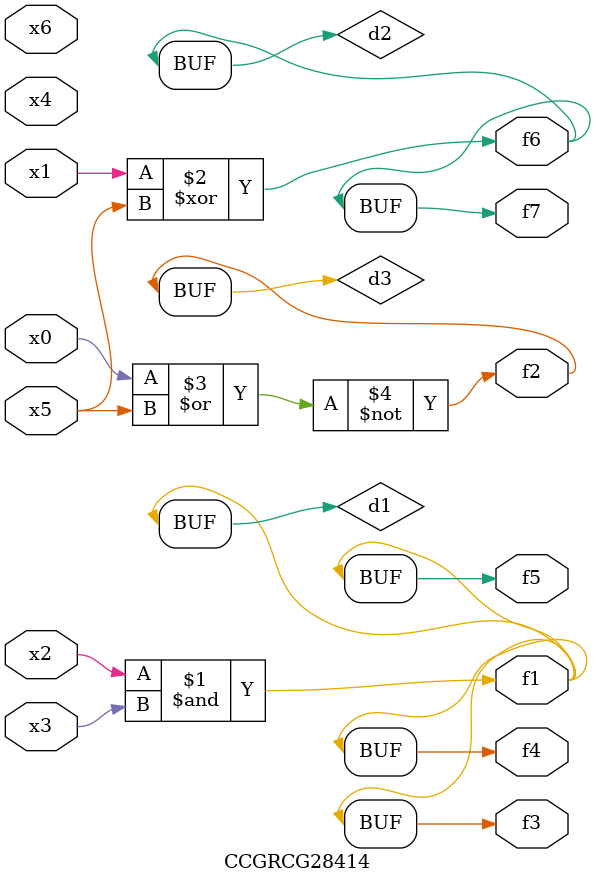
<source format=v>
module CCGRCG28414(
	input x0, x1, x2, x3, x4, x5, x6,
	output f1, f2, f3, f4, f5, f6, f7
);

	wire d1, d2, d3;

	and (d1, x2, x3);
	xor (d2, x1, x5);
	nor (d3, x0, x5);
	assign f1 = d1;
	assign f2 = d3;
	assign f3 = d1;
	assign f4 = d1;
	assign f5 = d1;
	assign f6 = d2;
	assign f7 = d2;
endmodule

</source>
